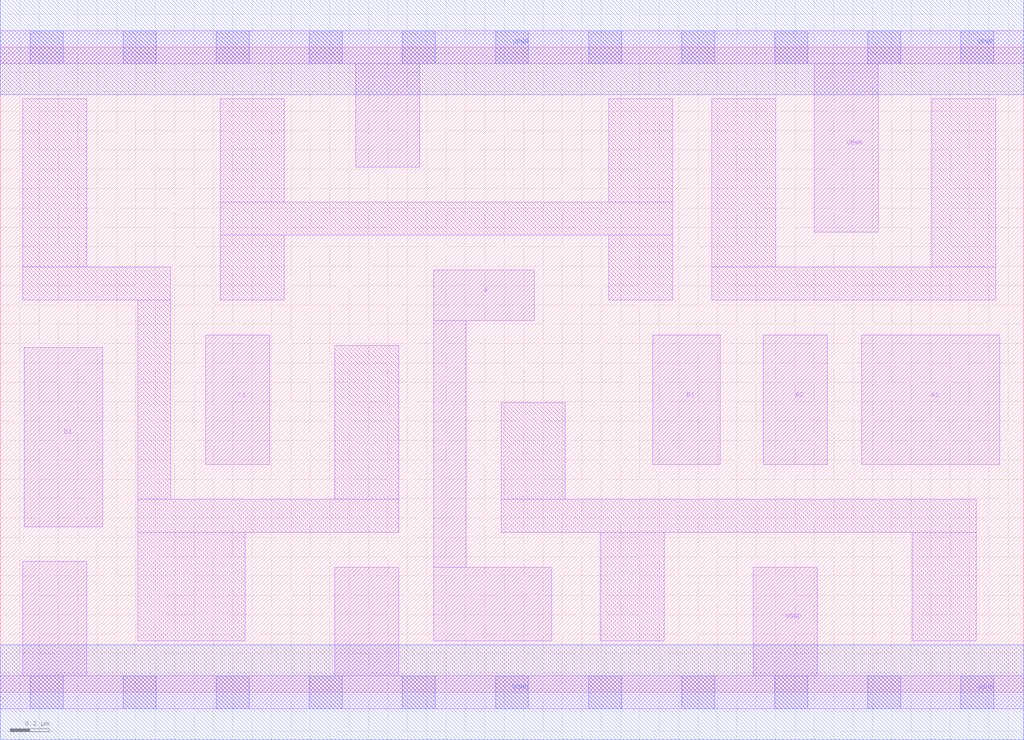
<source format=lef>
# Copyright 2020 The SkyWater PDK Authors
#
# Licensed under the Apache License, Version 2.0 (the "License");
# you may not use this file except in compliance with the License.
# You may obtain a copy of the License at
#
#     https://www.apache.org/licenses/LICENSE-2.0
#
# Unless required by applicable law or agreed to in writing, software
# distributed under the License is distributed on an "AS IS" BASIS,
# WITHOUT WARRANTIES OR CONDITIONS OF ANY KIND, either express or implied.
# See the License for the specific language governing permissions and
# limitations under the License.
#
# SPDX-License-Identifier: Apache-2.0

VERSION 5.7 ;
  NAMESCASESENSITIVE ON ;
  NOWIREEXTENSIONATPIN ON ;
  DIVIDERCHAR "/" ;
  BUSBITCHARS "[]" ;
UNITS
  DATABASE MICRONS 200 ;
END UNITS
MACRO sky130_fd_sc_lp__a2111o_lp
  CLASS CORE ;
  SOURCE USER ;
  FOREIGN sky130_fd_sc_lp__a2111o_lp ;
  ORIGIN  0.000000  0.000000 ;
  SIZE  5.280000 BY  3.330000 ;
  SYMMETRY X Y R90 ;
  SITE unit ;
  PIN A1
    ANTENNAGATEAREA  0.313000 ;
    DIRECTION INPUT ;
    USE SIGNAL ;
    PORT
      LAYER li1 ;
        RECT 4.445000 1.175000 5.155000 1.845000 ;
    END
  END A1
  PIN A2
    ANTENNAGATEAREA  0.313000 ;
    DIRECTION INPUT ;
    USE SIGNAL ;
    PORT
      LAYER li1 ;
        RECT 3.935000 1.175000 4.265000 1.845000 ;
    END
  END A2
  PIN B1
    ANTENNAGATEAREA  0.376000 ;
    DIRECTION INPUT ;
    USE SIGNAL ;
    PORT
      LAYER li1 ;
        RECT 3.365000 1.175000 3.715000 1.845000 ;
    END
  END B1
  PIN C1
    ANTENNAGATEAREA  0.376000 ;
    DIRECTION INPUT ;
    USE SIGNAL ;
    PORT
      LAYER li1 ;
        RECT 1.060000 1.175000 1.390000 1.845000 ;
    END
  END C1
  PIN D1
    ANTENNAGATEAREA  0.376000 ;
    DIRECTION INPUT ;
    USE SIGNAL ;
    PORT
      LAYER li1 ;
        RECT 0.125000 0.855000 0.530000 1.780000 ;
    END
  END D1
  PIN X
    ANTENNADIFFAREA  0.404700 ;
    DIRECTION OUTPUT ;
    USE SIGNAL ;
    PORT
      LAYER li1 ;
        RECT 2.235000 0.265000 2.845000 0.645000 ;
        RECT 2.235000 0.645000 2.405000 1.920000 ;
        RECT 2.235000 1.920000 2.755000 2.180000 ;
    END
  END X
  PIN VGND
    DIRECTION INOUT ;
    USE GROUND ;
    PORT
      LAYER li1 ;
        RECT 0.000000 -0.085000 5.280000 0.085000 ;
        RECT 0.115000  0.085000 0.445000 0.675000 ;
        RECT 1.725000  0.085000 2.055000 0.645000 ;
        RECT 3.885000  0.085000 4.215000 0.645000 ;
      LAYER mcon ;
        RECT 0.155000 -0.085000 0.325000 0.085000 ;
        RECT 0.635000 -0.085000 0.805000 0.085000 ;
        RECT 1.115000 -0.085000 1.285000 0.085000 ;
        RECT 1.595000 -0.085000 1.765000 0.085000 ;
        RECT 2.075000 -0.085000 2.245000 0.085000 ;
        RECT 2.555000 -0.085000 2.725000 0.085000 ;
        RECT 3.035000 -0.085000 3.205000 0.085000 ;
        RECT 3.515000 -0.085000 3.685000 0.085000 ;
        RECT 3.995000 -0.085000 4.165000 0.085000 ;
        RECT 4.475000 -0.085000 4.645000 0.085000 ;
        RECT 4.955000 -0.085000 5.125000 0.085000 ;
      LAYER met1 ;
        RECT 0.000000 -0.245000 5.280000 0.245000 ;
    END
  END VGND
  PIN VPWR
    DIRECTION INOUT ;
    USE POWER ;
    PORT
      LAYER li1 ;
        RECT 0.000000 3.245000 5.280000 3.415000 ;
        RECT 1.835000 2.710000 2.165000 3.245000 ;
        RECT 4.200000 2.375000 4.530000 3.245000 ;
      LAYER mcon ;
        RECT 0.155000 3.245000 0.325000 3.415000 ;
        RECT 0.635000 3.245000 0.805000 3.415000 ;
        RECT 1.115000 3.245000 1.285000 3.415000 ;
        RECT 1.595000 3.245000 1.765000 3.415000 ;
        RECT 2.075000 3.245000 2.245000 3.415000 ;
        RECT 2.555000 3.245000 2.725000 3.415000 ;
        RECT 3.035000 3.245000 3.205000 3.415000 ;
        RECT 3.515000 3.245000 3.685000 3.415000 ;
        RECT 3.995000 3.245000 4.165000 3.415000 ;
        RECT 4.475000 3.245000 4.645000 3.415000 ;
        RECT 4.955000 3.245000 5.125000 3.415000 ;
      LAYER met1 ;
        RECT 0.000000 3.085000 5.280000 3.575000 ;
    END
  END VPWR
  OBS
    LAYER li1 ;
      RECT 0.115000 2.025000 0.880000 2.195000 ;
      RECT 0.115000 2.195000 0.445000 3.065000 ;
      RECT 0.710000 0.265000 1.265000 0.825000 ;
      RECT 0.710000 0.825000 2.055000 0.995000 ;
      RECT 0.710000 0.995000 0.880000 2.025000 ;
      RECT 1.135000 2.025000 1.465000 2.360000 ;
      RECT 1.135000 2.360000 3.470000 2.530000 ;
      RECT 1.135000 2.530000 1.465000 3.065000 ;
      RECT 1.725000 0.995000 2.055000 1.790000 ;
      RECT 2.585000 0.825000 5.035000 0.995000 ;
      RECT 2.585000 0.995000 2.915000 1.495000 ;
      RECT 3.095000 0.265000 3.425000 0.825000 ;
      RECT 3.140000 2.025000 3.470000 2.360000 ;
      RECT 3.140000 2.530000 3.470000 3.065000 ;
      RECT 3.670000 2.025000 5.135000 2.195000 ;
      RECT 3.670000 2.195000 4.000000 3.065000 ;
      RECT 4.705000 0.265000 5.035000 0.825000 ;
      RECT 4.805000 2.195000 5.135000 3.065000 ;
  END
END sky130_fd_sc_lp__a2111o_lp

</source>
